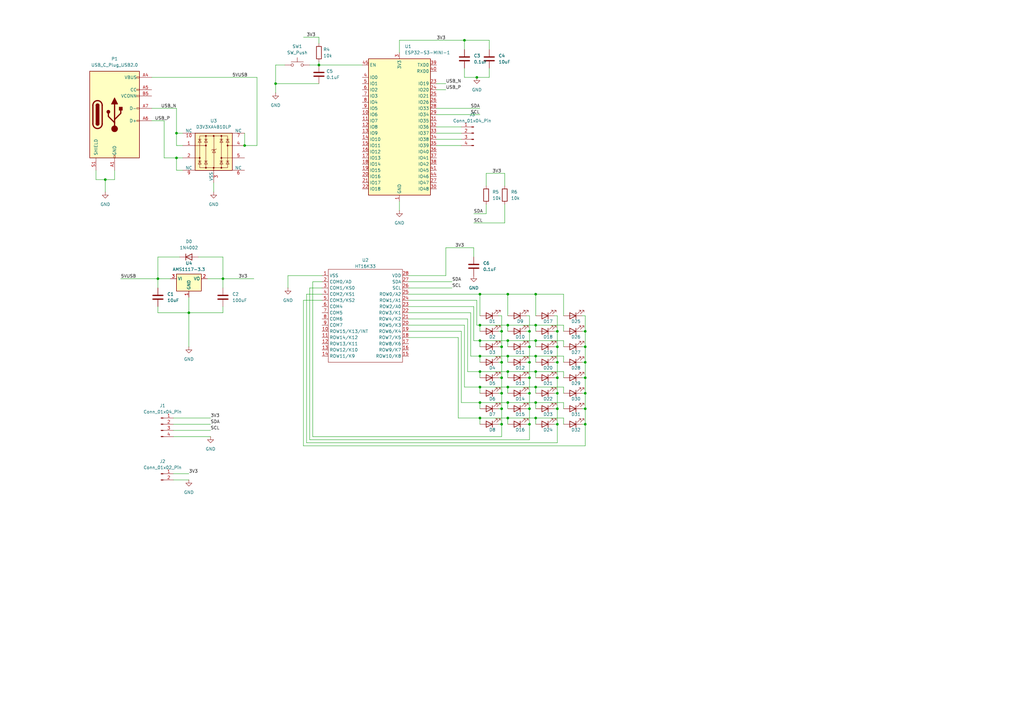
<source format=kicad_sch>
(kicad_sch (version 20231120) (generator "eeschema") (generator_version "8.0")
  (paper "A3")
  (lib_symbols
    (symbol "Connector:Conn_01x02_Pin" (pin_names (offset 1.016) hide)
      (property "Reference" "J" (at 0 2.54 0))
      (property "Value" "Conn_01x02_Pin" (at 0 -5.08 0))
      (symbol "Conn_01x02_Pin_1_1"
        (pin passive line (at 5.08 0 180) (length 3.81) (name "Pin_1") (number "1"))
        (pin passive line (at 5.08 -2.54 180) (length 3.81) (name "Pin_2") (number "2"))
      )
    )
    (symbol "Connector:Conn_01x04_Pin" (pin_names (offset 1.016) hide)
      (property "Reference" "J" (at 0 5.08 0))
      (property "Value" "Conn_01x04_Pin" (at 0 -7.62 0))
      (symbol "Conn_01x04_Pin_1_1"
        (pin passive line (at 5.08 2.54 180) (length 3.81) (name "Pin_1") (number "1"))
        (pin passive line (at 5.08 0 180) (length 3.81) (name "Pin_2") (number "2"))
        (pin passive line (at 5.08 -2.54 180) (length 3.81) (name "Pin_3") (number "3"))
        (pin passive line (at 5.08 -5.08 180) (length 3.81) (name "Pin_4") (number "4"))
      )
    )
    (symbol "Connector:USB_C_Plug_USB2.0" (pin_names (offset 1.016))
      (property "Reference" "P" (at -10.16 19.05 0))
      (property "Value" "USB_C_Plug_USB2.0" (at 12.7 19.05 0))
      (symbol "USB_C_Plug_USB2.0_1_1"
        (pin passive line (at 0 -22.86 90) (length 5.08) (name "GND") (number "A1"))
        (pin passive line (at 0 -22.86 90) (length 5.08) hide (name "GND") (number "A12"))
        (pin passive line (at 15.24 15.24 180) (length 5.08) (name "VBUS") (number "A4"))
        (pin bidirectional line (at 15.24 10.16 180) (length 5.08) (name "CC") (number "A5"))
        (pin bidirectional line (at 15.24 -2.54 180) (length 5.08) (name "D+") (number "A6"))
        (pin bidirectional line (at 15.24 2.54 180) (length 5.08) (name "D-") (number "A7"))
        (pin passive line (at 15.24 15.24 180) (length 5.08) hide (name "VBUS") (number "A9"))
        (pin passive line (at 0 -22.86 90) (length 5.08) hide (name "GND") (number "B1"))
        (pin passive line (at 0 -22.86 90) (length 5.08) hide (name "GND") (number "B12"))
        (pin passive line (at 15.24 15.24 180) (length 5.08) hide (name "VBUS") (number "B4"))
        (pin bidirectional line (at 15.24 7.62 180) (length 5.08) (name "VCONN") (number "B5"))
        (pin passive line (at 15.24 15.24 180) (length 5.08) hide (name "VBUS") (number "B9"))
        (pin passive line (at -7.62 -22.86 90) (length 5.08) (name "SHIELD") (number "S1"))
      )
    )
    (symbol "Device:C" (pin_numbers hide) (pin_names (offset 0.254))
      (property "Reference" "C" (at 0.635 2.54 0))
      (property "Value" "C" (at 0.635 -2.54 0))
      (symbol "C_1_1"
        (pin passive line (at 0 3.81 270) (length 2.794) (name "~") (number "1"))
        (pin passive line (at 0 -3.81 90) (length 2.794) (name "~") (number "2"))
      )
    )
    (symbol "Device:LED" (pin_numbers hide) (pin_names (offset 1.016) hide)
      (property "Reference" "D" (at 0 2.54 0))
      (property "Value" "LED" (at 0 -2.54 0))
      (symbol "LED_1_1"
        (pin passive line (at -3.81 0 0) (length 2.54) (name "K") (number "1"))
        (pin passive line (at 3.81 0 180) (length 2.54) (name "A") (number "2"))
      )
    )
    (symbol "Device:R" (pin_numbers hide) (pin_names (offset 0))
      (property "Reference" "R" (at 2.032 0 90))
      (property "Value" "R" (at 0 0 90))
      (symbol "R_1_1"
        (pin passive line (at 0 3.81 270) (length 1.27) (name "~") (number "1"))
        (pin passive line (at 0 -3.81 90) (length 1.27) (name "~") (number "2"))
      )
    )
    (symbol "DevyLibrary:HT16K33_LEDDRIVER"
      (property "Reference" "U" (at 9.398 3.81 0))
      (symbol "HT16K33_LEDDRIVER_1_1"
        (pin power_in line (at -8.89 0 0) (length 2.54) (name "VSS") (number "1"))
        (pin bidirectional line (at -8.89 -22.86 0) (length 2.54) (name "ROW15/K13/INT") (number "10"))
        (pin bidirectional line (at -8.89 -25.4 0) (length 2.54) (name "ROW14/K12") (number "11"))
        (pin bidirectional line (at -8.89 -27.94 0) (length 2.54) (name "ROW13/K11") (number "12"))
        (pin bidirectional line (at -8.89 -30.48 0) (length 2.54) (name "ROW12/K10") (number "13"))
        (pin bidirectional line (at -8.89 -33.02 0) (length 2.54) (name "ROW11/K9") (number "14"))
        (pin output line (at 26.67 -33.02 180) (length 2.54) (name "ROW10/K8") (number "15"))
        (pin output line (at 26.67 -30.48 180) (length 2.54) (name "ROW9/K7") (number "16"))
        (pin output line (at 26.67 -27.94 180) (length 2.54) (name "ROW8/K6") (number "17"))
        (pin output line (at 26.67 -25.4 180) (length 2.54) (name "ROW7/K5") (number "18"))
        (pin output line (at 26.67 -22.86 180) (length 2.54) (name "ROW6/K4") (number "19"))
        (pin output line (at -8.89 -2.54 0) (length 2.54) (name "COM0/AD") (number "2"))
        (pin output line (at 26.67 -20.32 180) (length 2.54) (name "ROW5/K3") (number "20"))
        (pin output line (at 26.67 -17.78 180) (length 2.54) (name "ROW4/K2") (number "21"))
        (pin output line (at 26.67 -15.24 180) (length 2.54) (name "ROW3/K1") (number "22"))
        (pin output line (at 26.67 -12.7 180) (length 2.54) (name "ROW2/A0") (number "23"))
        (pin output line (at 26.67 -10.16 180) (length 2.54) (name "ROW1/A1") (number "24"))
        (pin output line (at 26.67 -7.62 180) (length 2.54) (name "ROW0/A2") (number "25"))
        (pin input line (at 26.67 -5.08 180) (length 2.54) (name "SCL") (number "26"))
        (pin bidirectional line (at 26.67 -2.54 180) (length 2.54) (name "SDA") (number "27"))
        (pin power_in line (at 26.67 0 180) (length 2.54) (name "VDD") (number "28"))
        (pin output line (at -8.89 -5.08 0) (length 2.54) (name "COM1/KS0") (number "3"))
        (pin output line (at -8.89 -7.62 0) (length 2.54) (name "COM2/KS1") (number "4"))
        (pin output line (at -8.89 -10.16 0) (length 2.54) (name "COM3/KS2") (number "5"))
        (pin output line (at -8.89 -12.7 0) (length 2.54) (name "COM4") (number "6"))
        (pin output line (at -8.89 -15.24 0) (length 2.54) (name "COM5") (number "7"))
        (pin output line (at -8.89 -17.78 0) (length 2.54) (name "COM6") (number "8"))
        (pin output line (at -8.89 -20.32 0) (length 2.54) (name "COM7") (number "9"))
      )
    )
    (symbol "Diode:1N4002" (pin_numbers hide) (pin_names hide)
      (property "Reference" "D" (at 0 2.54 0))
      (property "Value" "1N4002" (at 0 -2.54 0))
      (symbol "1N4002_1_1"
        (pin passive line (at -3.81 0 0) (length 2.54) (name "K") (number "1"))
        (pin passive line (at 3.81 0 180) (length 2.54) (name "A") (number "2"))
      )
    )
    (symbol "Power_Protection:D3V3XA4B10LP" (pin_names (offset 0))
      (property "Reference" "U" (at -0.635 8.89 0))
      (property "Value" "D3V3XA4B10LP" (at 8.89 -10.16 0))
      (symbol "D3V3XA4B10LP_1_1"
        (pin passive line (at -12.7 2.54 0) (length 5.08) (name "~") (number "1"))
        (pin free line (at -12.7 7.62 0) (length 5.08) (name "NC") (number "10"))
        (pin passive line (at -12.7 -2.54 0) (length 5.08) (name "~") (number "2"))
        (pin power_in line (at 0 -12.7 90) (length 5.08) (name "VSS") (number "3"))
        (pin passive line (at 12.7 2.54 180) (length 5.08) (name "~") (number "4"))
        (pin passive line (at 12.7 -2.54 180) (length 5.08) (name "~") (number "5"))
        (pin free line (at 12.7 -7.62 180) (length 5.08) (name "NC") (number "6"))
        (pin free line (at 12.7 7.62 180) (length 5.08) (name "NC") (number "7"))
        (pin passive line (at 0 -12.7 90) (length 5.08) hide (name "VSS") (number "8"))
        (pin free line (at -12.7 -7.62 0) (length 5.08) (name "NC") (number "9"))
      )
    )
    (symbol "RF_Module:ESP32-S3-MINI-1"
      (property "Reference" "U" (at -11.43 29.21 0))
      (property "Value" "ESP32-S3-MINI-1" (at 12.7 29.21 0))
      (symbol "ESP32-S3-MINI-1_1_1"
        (pin power_in line (at 0 -30.48 90) (length 2.54) (name "GND") (number "1"))
        (pin bidirectional line (at -15.24 5.08 0) (length 2.54) (name "IO6") (number "10"))
        (pin bidirectional line (at -15.24 2.54 0) (length 2.54) (name "IO7") (number "11"))
        (pin bidirectional line (at -15.24 0 0) (length 2.54) (name "IO8") (number "12"))
        (pin bidirectional line (at -15.24 -2.54 0) (length 2.54) (name "IO9") (number "13"))
        (pin bidirectional line (at -15.24 -5.08 0) (length 2.54) (name "IO10") (number "14"))
        (pin bidirectional line (at -15.24 -7.62 0) (length 2.54) (name "IO11") (number "15"))
        (pin bidirectional line (at -15.24 -10.16 0) (length 2.54) (name "IO12") (number "16"))
        (pin bidirectional line (at -15.24 -12.7 0) (length 2.54) (name "IO13") (number "17"))
        (pin bidirectional line (at -15.24 -15.24 0) (length 2.54) (name "IO14") (number "18"))
        (pin bidirectional line (at -15.24 -17.78 0) (length 2.54) (name "IO15") (number "19"))
        (pin passive line (at 0 -30.48 90) (length 2.54) hide (name "GND") (number "2"))
        (pin bidirectional line (at -15.24 -20.32 0) (length 2.54) (name "IO16") (number "20"))
        (pin bidirectional line (at -15.24 -22.86 0) (length 2.54) (name "IO17") (number "21"))
        (pin bidirectional line (at -15.24 -25.4 0) (length 2.54) (name "IO18") (number "22"))
        (pin bidirectional line (at 15.24 17.78 180) (length 2.54) (name "IO19") (number "23"))
        (pin bidirectional line (at 15.24 15.24 180) (length 2.54) (name "IO20") (number "24"))
        (pin bidirectional line (at 15.24 12.7 180) (length 2.54) (name "IO21") (number "25"))
        (pin bidirectional line (at 15.24 10.16 180) (length 2.54) (name "IO26") (number "26"))
        (pin bidirectional line (at 15.24 -22.86 180) (length 2.54) (name "IO47") (number "27"))
        (pin bidirectional line (at 15.24 7.62 180) (length 2.54) (name "IO33") (number "28"))
        (pin bidirectional line (at 15.24 5.08 180) (length 2.54) (name "IO34") (number "29"))
        (pin power_in line (at 0 30.48 270) (length 2.54) (name "3V3") (number "3"))
        (pin bidirectional line (at 15.24 -25.4 180) (length 2.54) (name "IO48") (number "30"))
        (pin bidirectional line (at 15.24 2.54 180) (length 2.54) (name "IO35") (number "31"))
        (pin bidirectional line (at 15.24 0 180) (length 2.54) (name "IO36") (number "32"))
        (pin bidirectional line (at 15.24 -2.54 180) (length 2.54) (name "IO37") (number "33"))
        (pin bidirectional line (at 15.24 -5.08 180) (length 2.54) (name "IO38") (number "34"))
        (pin bidirectional line (at 15.24 -7.62 180) (length 2.54) (name "IO39") (number "35"))
        (pin bidirectional line (at 15.24 -10.16 180) (length 2.54) (name "IO40") (number "36"))
        (pin bidirectional line (at 15.24 -12.7 180) (length 2.54) (name "IO41") (number "37"))
        (pin bidirectional line (at 15.24 -15.24 180) (length 2.54) (name "IO42") (number "38"))
        (pin bidirectional line (at 15.24 25.4 180) (length 2.54) (name "TXD0") (number "39"))
        (pin bidirectional line (at -15.24 20.32 0) (length 2.54) (name "IO0") (number "4"))
        (pin bidirectional line (at 15.24 22.86 180) (length 2.54) (name "RXD0") (number "40"))
        (pin bidirectional line (at 15.24 -17.78 180) (length 2.54) (name "IO45") (number "41"))
        (pin passive line (at 0 -30.48 90) (length 2.54) hide (name "GND") (number "42"))
        (pin passive line (at 0 -30.48 90) (length 2.54) hide (name "GND") (number "43"))
        (pin bidirectional line (at 15.24 -20.32 180) (length 2.54) (name "IO46") (number "44"))
        (pin input line (at -15.24 25.4 0) (length 2.54) (name "EN") (number "45"))
        (pin passive line (at 0 -30.48 90) (length 2.54) hide (name "GND") (number "46"))
        (pin passive line (at 0 -30.48 90) (length 2.54) hide (name "GND") (number "47"))
        (pin passive line (at 0 -30.48 90) (length 2.54) hide (name "GND") (number "48"))
        (pin passive line (at 0 -30.48 90) (length 2.54) hide (name "GND") (number "49"))
        (pin bidirectional line (at -15.24 17.78 0) (length 2.54) (name "IO1") (number "5"))
        (pin passive line (at 0 -30.48 90) (length 2.54) hide (name "GND") (number "50"))
        (pin passive line (at 0 -30.48 90) (length 2.54) hide (name "GND") (number "51"))
        (pin passive line (at 0 -30.48 90) (length 2.54) hide (name "GND") (number "52"))
        (pin passive line (at 0 -30.48 90) (length 2.54) hide (name "GND") (number "53"))
        (pin passive line (at 0 -30.48 90) (length 2.54) hide (name "GND") (number "54"))
        (pin passive line (at 0 -30.48 90) (length 2.54) hide (name "GND") (number "55"))
        (pin passive line (at 0 -30.48 90) (length 2.54) hide (name "GND") (number "56"))
        (pin passive line (at 0 -30.48 90) (length 2.54) hide (name "GND") (number "57"))
        (pin passive line (at 0 -30.48 90) (length 2.54) hide (name "GND") (number "58"))
        (pin passive line (at 0 -30.48 90) (length 2.54) hide (name "GND") (number "59"))
        (pin bidirectional line (at -15.24 15.24 0) (length 2.54) (name "IO2") (number "6"))
        (pin passive line (at 0 -30.48 90) (length 2.54) hide (name "GND") (number "60"))
        (pin passive line (at 0 -30.48 90) (length 2.54) hide (name "GND") (number "61"))
        (pin passive line (at 0 -30.48 90) (length 2.54) hide (name "GND") (number "62"))
        (pin passive line (at 0 -30.48 90) (length 2.54) hide (name "GND") (number "63"))
        (pin passive line (at 0 -30.48 90) (length 2.54) hide (name "GND") (number "64"))
        (pin passive line (at 0 -30.48 90) (length 2.54) hide (name "GND") (number "65"))
        (pin bidirectional line (at -15.24 12.7 0) (length 2.54) (name "IO3") (number "7"))
        (pin bidirectional line (at -15.24 10.16 0) (length 2.54) (name "IO4") (number "8"))
        (pin bidirectional line (at -15.24 7.62 0) (length 2.54) (name "IO5") (number "9"))
      )
    )
    (symbol "Regulator_Linear:AMS1117-3.3"
      (property "Reference" "U" (at -3.81 3.175 0))
      (property "Value" "AMS1117-3.3" (at 0 3.175 0))
      (symbol "AMS1117-3.3_1_1"
        (pin power_in line (at 0 -7.62 90) (length 2.54) (name "GND") (number "1"))
        (pin power_out line (at 7.62 0 180) (length 2.54) (name "VO") (number "2"))
        (pin power_in line (at -7.62 0 0) (length 2.54) (name "VI") (number "3"))
      )
    )
    (symbol "Switch:SW_Push" (pin_numbers hide) (pin_names (offset 1.016) hide)
      (property "Reference" "SW" (at 1.27 2.54 0))
      (property "Value" "SW_Push" (at 0 -1.524 0))
      (symbol "SW_Push_0_1"
        (pin passive line (at -5.08 0 0) (length 2.54) (name "1") (number "1"))
        (pin passive line (at 5.08 0 180) (length 2.54) (name "2") (number "2"))
      )
    )
    (symbol "power:GND" (power) (pin_numbers hide) (pin_names (offset 0) hide)
      (property "Value" "GND" (at 0 -3.81 0))
      (symbol "GND_1_1"
        (pin power_in line (at 0 0 270) (length 0) (name "~") (number "1"))
      )
    )
  )
  (junction (at 217.17 167.64))
  (junction (at 217.17 142.24))
  (junction (at 228.6 173.99))
  (junction (at 217.17 154.94))
  (junction (at 72.39 54.61))
  (junction (at 205.74 154.94))
  (junction (at 219.71 158.75))
  (junction (at 217.17 161.29))
  (junction (at 217.17 148.59))
  (junction (at 195.58 31.75))
  (junction (at 240.03 161.29))
  (junction (at 196.85 133.35))
  (junction (at 205.74 173.99))
  (junction (at 205.74 135.89))
  (junction (at 91.44 114.3))
  (junction (at 208.28 120.65))
  (junction (at 196.85 120.65))
  (junction (at 113.03 34.29))
  (junction (at 217.17 135.89))
  (junction (at 64.77 114.3))
  (junction (at 196.85 165.1))
  (junction (at 196.85 146.05))
  (junction (at 196.85 171.45))
  (junction (at 228.6 154.94))
  (junction (at 205.74 148.59))
  (junction (at 228.6 148.59))
  (junction (at 240.03 173.99))
  (junction (at 219.71 152.4))
  (junction (at 196.85 158.75))
  (junction (at 208.28 152.4))
  (junction (at 219.71 133.35))
  (junction (at 130.81 26.67))
  (junction (at 205.74 142.24))
  (junction (at 228.6 142.24))
  (junction (at 228.6 135.89))
  (junction (at 219.71 146.05))
  (junction (at 196.85 139.7))
  (junction (at 208.28 133.35))
  (junction (at 208.28 158.75))
  (junction (at 72.39 64.77))
  (junction (at 219.71 139.7))
  (junction (at 77.47 128.27))
  (junction (at 219.71 171.45))
  (junction (at 240.03 142.24))
  (junction (at 208.28 146.05))
  (junction (at 205.74 167.64))
  (junction (at 208.28 171.45))
  (junction (at 205.74 161.29))
  (junction (at 217.17 173.99))
  (junction (at 43.18 73.66))
  (junction (at 208.28 139.7))
  (junction (at 240.03 167.64))
  (junction (at 240.03 148.59))
  (junction (at 240.03 135.89))
  (junction (at 196.85 152.4))
  (junction (at 208.28 165.1))
  (junction (at 190.5 16.51))
  (junction (at 219.71 120.65))
  (junction (at 100.33 59.69))
  (junction (at 228.6 167.64))
  (junction (at 228.6 161.29))
  (junction (at 219.71 165.1))
  (junction (at 240.03 154.94))
  (wire (pts (xy 240.03 148.59) (xy 240.03 142.24)))
  (wire (pts (xy 71.12 179.07) (xy 86.36 179.07)))
  (wire (pts (xy 208.28 154.94) (xy 208.28 152.4)))
  (wire (pts (xy 167.64 120.65) (xy 196.85 120.65)))
  (wire (pts (xy 196.85 133.35) (xy 196.85 135.89)))
  (wire (pts (xy 113.03 38.1) (xy 113.03 34.29)))
  (wire (pts (xy 228.6 173.99) (xy 227.33 173.99)))
  (wire (pts (xy 196.85 171.45) (xy 196.85 173.99)))
  (wire (pts (xy 215.9 142.24) (xy 217.17 142.24)))
  (wire (pts (xy 219.71 152.4) (xy 208.28 152.4)))
  (wire (pts (xy 190.5 27.94) (xy 190.5 31.75)))
  (wire (pts (xy 208.28 148.59) (xy 208.28 146.05)))
  (wire (pts (xy 208.28 120.65) (xy 196.85 120.65)))
  (wire (pts (xy 71.12 194.31) (xy 77.47 194.31)))
  (wire (pts (xy 199.39 83.82) (xy 199.39 87.63)))
  (wire (pts (xy 105.41 59.69) (xy 105.41 31.75)))
  (wire (pts (xy 167.64 125.73) (xy 194.31 125.73)))
  (wire (pts (xy 231.14 142.24) (xy 231.14 139.7)))
  (wire (pts (xy 217.17 180.34) (xy 217.17 173.99)))
  (wire (pts (xy 49.53 114.3) (xy 64.77 114.3)))
  (wire (pts (xy 64.77 114.3) (xy 69.85 114.3)))
  (wire (pts (xy 205.74 167.64) (xy 205.74 161.29)))
  (wire (pts (xy 240.03 173.99) (xy 240.03 167.64)))
  (wire (pts (xy 71.12 173.99) (xy 86.36 173.99)))
  (wire (pts (xy 240.03 167.64) (xy 240.03 161.29)))
  (wire (pts (xy 208.28 158.75) (xy 196.85 158.75)))
  (wire (pts (xy 231.14 161.29) (xy 231.14 158.75)))
  (wire (pts (xy 219.71 148.59) (xy 219.71 146.05)))
  (wire (pts (xy 231.14 171.45) (xy 231.14 173.99)))
  (wire (pts (xy 215.9 173.99) (xy 217.17 173.99)))
  (wire (pts (xy 189.23 135.89) (xy 189.23 165.1)))
  (wire (pts (xy 163.83 16.51) (xy 190.5 16.51)))
  (wire (pts (xy 72.39 54.61) (xy 72.39 44.45)))
  (wire (pts (xy 238.76 161.29) (xy 240.03 161.29)))
  (wire (pts (xy 217.17 154.94) (xy 217.17 148.59)))
  (wire (pts (xy 219.71 142.24) (xy 219.71 139.7)))
  (wire (pts (xy 74.93 59.69) (xy 72.39 59.69)))
  (wire (pts (xy 240.03 182.88) (xy 240.03 173.99)))
  (wire (pts (xy 231.14 133.35) (xy 219.71 133.35)))
  (wire (pts (xy 195.58 31.75) (xy 200.66 31.75)))
  (wire (pts (xy 205.74 142.24) (xy 205.74 135.89)))
  (wire (pts (xy 196.85 133.35) (xy 195.58 133.35)))
  (wire (pts (xy 228.6 142.24) (xy 228.6 148.59)))
  (wire (pts (xy 208.28 165.1) (xy 208.28 167.64)))
  (wire (pts (xy 208.28 146.05) (xy 196.85 146.05)))
  (wire (pts (xy 196.85 165.1) (xy 196.85 167.64)))
  (wire (pts (xy 208.28 165.1) (xy 196.85 165.1)))
  (wire (pts (xy 228.6 135.89) (xy 228.6 142.24)))
  (wire (pts (xy 204.47 135.89) (xy 205.74 135.89)))
  (wire (pts (xy 189.23 135.89) (xy 167.64 135.89)))
  (wire (pts (xy 190.5 16.51) (xy 190.5 20.32)))
  (wire (pts (xy 187.96 138.43) (xy 167.64 138.43)))
  (wire (pts (xy 179.07 57.15) (xy 189.23 57.15)))
  (wire (pts (xy 208.28 158.75) (xy 208.28 161.29)))
  (wire (pts (xy 204.47 161.29) (xy 205.74 161.29)))
  (wire (pts (xy 179.07 52.07) (xy 189.23 52.07)))
  (wire (pts (xy 231.14 120.65) (xy 219.71 120.65)))
  (wire (pts (xy 195.58 123.19) (xy 195.58 133.35)))
  (wire (pts (xy 227.33 135.89) (xy 228.6 135.89)))
  (wire (pts (xy 231.14 158.75) (xy 219.71 158.75)))
  (wire (pts (xy 196.85 152.4) (xy 196.85 154.94)))
  (wire (pts (xy 91.44 114.3) (xy 104.14 114.3)))
  (wire (pts (xy 127 118.11) (xy 132.08 118.11)))
  (wire (pts (xy 43.18 73.66) (xy 43.18 78.74)))
  (wire (pts (xy 240.03 161.29) (xy 240.03 154.94)))
  (wire (pts (xy 85.09 114.3) (xy 91.44 114.3)))
  (wire (pts (xy 200.66 20.32) (xy 200.66 16.51)))
  (wire (pts (xy 64.77 105.41) (xy 64.77 114.3)))
  (wire (pts (xy 208.28 133.35) (xy 219.71 133.35)))
  (wire (pts (xy 196.85 139.7) (xy 196.85 142.24)))
  (wire (pts (xy 240.03 129.54) (xy 238.76 129.54)))
  (wire (pts (xy 167.64 133.35) (xy 190.5 133.35)))
  (wire (pts (xy 167.64 128.27) (xy 193.04 128.27)))
  (wire (pts (xy 238.76 135.89) (xy 240.03 135.89)))
  (wire (pts (xy 72.39 64.77) (xy 74.93 64.77)))
  (wire (pts (xy 208.28 139.7) (xy 196.85 139.7)))
  (wire (pts (xy 193.04 128.27) (xy 193.04 146.05)))
  (wire (pts (xy 167.64 113.03) (xy 182.88 113.03)))
  (wire (pts (xy 240.03 135.89) (xy 240.03 129.54)))
  (wire (pts (xy 208.28 171.45) (xy 219.71 171.45)))
  (wire (pts (xy 205.74 173.99) (xy 205.74 179.07)))
  (wire (pts (xy 132.08 123.19) (xy 124.46 123.19)))
  (wire (pts (xy 77.47 128.27) (xy 91.44 128.27)))
  (wire (pts (xy 179.07 46.99) (xy 196.85 46.99)))
  (wire (pts (xy 228.6 154.94) (xy 228.6 161.29)))
  (wire (pts (xy 204.47 129.54) (xy 205.74 129.54)))
  (wire (pts (xy 219.71 171.45) (xy 231.14 171.45)))
  (wire (pts (xy 196.85 146.05) (xy 196.85 148.59)))
  (wire (pts (xy 208.28 129.54) (xy 208.28 120.65)))
  (wire (pts (xy 72.39 59.69) (xy 72.39 54.61)))
  (wire (pts (xy 196.85 158.75) (xy 196.85 161.29)))
  (wire (pts (xy 196.85 165.1) (xy 189.23 165.1)))
  (wire (pts (xy 231.14 139.7) (xy 219.71 139.7)))
  (wire (pts (xy 71.12 176.53) (xy 86.36 176.53)))
  (wire (pts (xy 72.39 54.61) (xy 74.93 54.61)))
  (wire (pts (xy 105.41 31.75) (xy 62.23 31.75)))
  (wire (pts (xy 219.71 158.75) (xy 219.71 161.29)))
  (wire (pts (xy 215.9 167.64) (xy 217.17 167.64)))
  (wire (pts (xy 200.66 31.75) (xy 200.66 27.94)))
  (wire (pts (xy 207.01 71.12) (xy 207.01 76.2)))
  (wire (pts (xy 64.77 128.27) (xy 77.47 128.27)))
  (wire (pts (xy 205.74 129.54) (xy 205.74 135.89)))
  (wire (pts (xy 127 180.34) (xy 127 118.11)))
  (wire (pts (xy 163.83 82.55) (xy 163.83 86.36)))
  (wire (pts (xy 113.03 34.29) (xy 113.03 26.67)))
  (wire (pts (xy 132.08 120.65) (xy 125.73 120.65)))
  (wire (pts (xy 187.96 171.45) (xy 187.96 138.43)))
  (wire (pts (xy 219.71 158.75) (xy 208.28 158.75)))
  (wire (pts (xy 167.64 130.81) (xy 191.77 130.81)))
  (wire (pts (xy 208.28 171.45) (xy 208.28 173.99)))
  (wire (pts (xy 215.9 161.29) (xy 217.17 161.29)))
  (wire (pts (xy 205.74 161.29) (xy 205.74 154.94)))
  (wire (pts (xy 217.17 129.54) (xy 217.17 135.89)))
  (wire (pts (xy 128.27 115.57) (xy 132.08 115.57)))
  (wire (pts (xy 194.31 87.63) (xy 199.39 87.63)))
  (wire (pts (xy 231.14 167.64) (xy 231.14 165.1)))
  (wire (pts (xy 215.9 129.54) (xy 217.17 129.54)))
  (wire (pts (xy 91.44 114.3) (xy 91.44 118.11)))
  (wire (pts (xy 182.88 101.6) (xy 182.88 113.03)))
  (wire (pts (xy 219.71 165.1) (xy 219.71 167.64)))
  (wire (pts (xy 191.77 130.81) (xy 191.77 152.4)))
  (wire (pts (xy 228.6 129.54) (xy 228.6 135.89)))
  (wire (pts (xy 194.31 91.44) (xy 207.01 91.44)))
  (wire (pts (xy 227.33 154.94) (xy 228.6 154.94)))
  (wire (pts (xy 64.77 114.3) (xy 64.77 118.11)))
  (wire (pts (xy 205.74 167.64) (xy 205.74 173.99)))
  (wire (pts (xy 179.07 44.45) (xy 196.85 44.45)))
  (wire (pts (xy 215.9 154.94) (xy 217.17 154.94)))
  (wire (pts (xy 204.47 142.24) (xy 205.74 142.24)))
  (wire (pts (xy 208.28 135.89) (xy 208.28 133.35)))
  (wire (pts (xy 100.33 59.69) (xy 105.41 59.69)))
  (wire (pts (xy 167.64 118.11) (xy 185.42 118.11)))
  (wire (pts (xy 64.77 125.73) (xy 64.77 128.27)))
  (wire (pts (xy 124.46 123.19) (xy 124.46 182.88)))
  (wire (pts (xy 77.47 121.92) (xy 77.47 128.27)))
  (wire (pts (xy 231.14 154.94) (xy 231.14 152.4)))
  (wire (pts (xy 227.33 142.24) (xy 228.6 142.24)))
  (wire (pts (xy 91.44 128.27) (xy 91.44 125.73)))
  (wire (pts (xy 194.31 101.6) (xy 194.31 105.41)))
  (wire (pts (xy 227.33 129.54) (xy 228.6 129.54)))
  (wire (pts (xy 67.31 49.53) (xy 67.31 64.77)))
  (wire (pts (xy 217.17 167.64) (xy 217.17 161.29)))
  (wire (pts (xy 231.14 135.89) (xy 231.14 133.35)))
  (wire (pts (xy 228.6 148.59) (xy 228.6 154.94)))
  (wire (pts (xy 219.71 146.05) (xy 208.28 146.05)))
  (wire (pts (xy 127 26.67) (xy 130.81 26.67)))
  (wire (pts (xy 204.47 173.99) (xy 205.74 173.99)))
  (wire (pts (xy 228.6 181.61) (xy 228.6 173.99)))
  (wire (pts (xy 91.44 105.41) (xy 91.44 114.3)))
  (wire (pts (xy 190.5 31.75) (xy 195.58 31.75)))
  (wire (pts (xy 231.14 129.54) (xy 231.14 120.65)))
  (wire (pts (xy 130.81 26.67) (xy 148.59 26.67)))
  (wire (pts (xy 240.03 154.94) (xy 240.03 148.59)))
  (wire (pts (xy 62.23 49.53) (xy 67.31 49.53)))
  (wire (pts (xy 179.07 34.29) (xy 182.88 34.29)))
  (wire (pts (xy 204.47 148.59) (xy 205.74 148.59)))
  (wire (pts (xy 208.28 142.24) (xy 208.28 139.7)))
  (wire (pts (xy 204.47 154.94) (xy 205.74 154.94)))
  (wire (pts (xy 179.07 54.61) (xy 189.23 54.61)))
  (wire (pts (xy 43.18 73.66) (xy 46.99 73.66)))
  (wire (pts (xy 228.6 161.29) (xy 228.6 167.64)))
  (wire (pts (xy 238.76 142.24) (xy 240.03 142.24)))
  (wire (pts (xy 71.12 171.45) (xy 86.36 171.45)))
  (wire (pts (xy 208.28 152.4) (xy 196.85 152.4)))
  (wire (pts (xy 231.14 152.4) (xy 219.71 152.4)))
  (wire (pts (xy 118.11 113.03) (xy 132.08 113.03)))
  (wire (pts (xy 128.27 179.07) (xy 128.27 115.57)))
  (wire (pts (xy 219.71 120.65) (xy 208.28 120.65)))
  (wire (pts (xy 219.71 171.45) (xy 219.71 173.99)))
  (wire (pts (xy 227.33 167.64) (xy 228.6 167.64)))
  (wire (pts (xy 196.85 120.65) (xy 196.85 129.54)))
  (wire (pts (xy 200.66 16.51) (xy 190.5 16.51)))
  (wire (pts (xy 39.37 69.85) (xy 39.37 73.66)))
  (wire (pts (xy 238.76 167.64) (xy 240.03 167.64)))
  (wire (pts (xy 124.46 15.24) (xy 130.81 15.24)))
  (wire (pts (xy 190.5 158.75) (xy 196.85 158.75)))
  (wire (pts (xy 217.17 135.89) (xy 215.9 135.89)))
  (wire (pts (xy 219.71 135.89) (xy 219.71 133.35)))
  (wire (pts (xy 205.74 148.59) (xy 205.74 142.24)))
  (wire (pts (xy 167.64 115.57) (xy 185.42 115.57)))
  (wire (pts (xy 228.6 167.64) (xy 228.6 173.99)))
  (wire (pts (xy 231.14 146.05) (xy 219.71 146.05)))
  (wire (pts (xy 231.14 165.1) (xy 219.71 165.1)))
  (wire (pts (xy 219.71 152.4) (xy 219.71 154.94)))
  (wire (pts (xy 100.33 54.61) (xy 100.33 59.69)))
  (wire (pts (xy 130.81 26.67) (xy 130.81 25.4)))
  (wire (pts (xy 217.17 142.24) (xy 217.17 135.89)))
  (wire (pts (xy 77.47 128.27) (xy 77.47 142.24)))
  (wire (pts (xy 196.85 171.45) (xy 208.28 171.45)))
  (wire (pts (xy 191.77 152.4) (xy 196.85 152.4)))
  (wire (pts (xy 205.74 154.94) (xy 205.74 148.59)))
  (wire (pts (xy 199.39 71.12) (xy 207.01 71.12)))
  (wire (pts (xy 128.27 179.07) (xy 205.74 179.07)))
  (wire (pts (xy 196.85 133.35) (xy 208.28 133.35)))
  (wire (pts (xy 194.31 125.73) (xy 194.31 139.7)))
  (wire (pts (xy 219.71 129.54) (xy 219.71 120.65)))
  (wire (pts (xy 113.03 26.67) (xy 116.84 26.67)))
  (wire (pts (xy 118.11 113.03) (xy 118.11 118.11)))
  (wire (pts (xy 196.85 139.7) (xy 194.31 139.7)))
  (wire (pts (xy 72.39 64.77) (xy 67.31 64.77)))
  (wire (pts (xy 240.03 142.24) (xy 240.03 135.89)))
  (wire (pts (xy 238.76 154.94) (xy 240.03 154.94)))
  (wire (pts (xy 219.71 139.7) (xy 208.28 139.7)))
  (wire (pts (xy 72.39 69.85) (xy 72.39 64.77)))
  (wire (pts (xy 238.76 148.59) (xy 240.03 148.59)))
  (wire (pts (xy 238.76 173.99) (xy 240.03 173.99)))
  (wire (pts (xy 81.28 105.41) (xy 91.44 105.41)))
  (wire (pts (xy 163.83 21.59) (xy 163.83 16.51)))
  (wire (pts (xy 217.17 173.99) (xy 217.17 167.64)))
  (wire (pts (xy 124.46 182.88) (xy 240.03 182.88)))
  (wire (pts (xy 215.9 148.59) (xy 217.17 148.59)))
  (wire (pts (xy 207.01 83.82) (xy 207.01 91.44)))
  (wire (pts (xy 179.07 59.69) (xy 189.23 59.69)))
  (wire (pts (xy 130.81 17.78) (xy 130.81 15.24)))
  (wire (pts (xy 72.39 44.45) (xy 62.23 44.45)))
  (wire (pts (xy 190.5 133.35) (xy 190.5 158.75)))
  (wire (pts (xy 231.14 148.59) (xy 231.14 146.05)))
  (wire (pts (xy 217.17 148.59) (xy 217.17 142.24)))
  (wire (pts (xy 39.37 73.66) (xy 43.18 73.66)))
  (wire (pts (xy 74.93 69.85) (xy 72.39 69.85)))
  (wire (pts (xy 219.71 165.1) (xy 208.28 165.1)))
  (wire (pts (xy 167.64 123.19) (xy 195.58 123.19)))
  (wire (pts (xy 127 180.34) (xy 217.17 180.34)))
  (wire (pts (xy 193.04 146.05) (xy 196.85 146.05)))
  (wire (pts (xy 217.17 161.29) (xy 217.17 154.94)))
  (wire (pts (xy 204.47 167.64) (xy 205.74 167.64)))
  (wire (pts (xy 182.88 101.6) (xy 194.31 101.6)))
  (wire (pts (xy 187.96 171.45) (xy 196.85 171.45)))
  (wire (pts (xy 46.99 73.66) (xy 46.99 69.85)))
  (wire (pts (xy 113.03 34.29) (xy 130.81 34.29)))
  (wire (pts (xy 87.63 74.93) (xy 87.63 78.74)))
  (wire (pts (xy 71.12 196.85) (xy 77.47 196.85)))
  (wire (pts (xy 125.73 120.65) (xy 125.73 181.61)))
  (wire (pts (xy 227.33 161.29) (xy 228.6 161.29)))
  (wire (pts (xy 64.77 105.41) (xy 73.66 105.41)))
  (wire (pts (xy 199.39 76.2) (xy 199.39 71.12)))
  (wire (pts (xy 179.07 36.83) (xy 182.88 36.83)))
  (wire (pts (xy 125.73 181.61) (xy 228.6 181.61)))
  (wire (pts (xy 227.33 148.59) (xy 228.6 148.59)))
  (label "SCL" (at 193.04 46.99 0))
  (label "3V3" (at 179.07 16.51 0))
  (label "SCL" (at 194.31 91.44 0))
  (label "SCL" (at 86.36 176.53 0))
  (label "USB_P" (at 182.88 36.83 0))
  (label "3V3" (at 125.73 15.24 0))
  (label "3V3" (at 86.36 171.45 0))
  (label "USB_N" (at 182.88 34.29 0))
  (label "SDA" (at 185.42 115.57 0))
  (label "3V3" (at 186.69 101.6 0))
  (label "SDA" (at 193.04 44.45 0))
  (label "3V3" (at 77.47 194.31 0))
  (label "SCL" (at 185.42 118.11 0))
  (label "SDA" (at 194.31 87.63 0))
  (label "SDA" (at 86.36 173.99 0))
  (label "USB_N" (at 66.04 44.45 0))
  (label "5VUSB" (at 49.53 114.3 0))
  (label "5VUSB" (at 95.25 31.75 0))
  (label "USB_P" (at 63.5 49.53 0))
  (label "3V3" (at 97.79 114.3 0))
  (label "3V3" (at 201.93 71.12 0))
  (symbol (lib_id "Diode:1N4002") (at 77.47 105.41 0) (unit 1) (in_bom no)
    (property "Reference" "D0" (at 77.47 99.06 0))
    (property "Value" "1N4002" (at 77.47 101.6 0))
    (property "Footprint" "Diode_THT:D_DO-41_SOD81_P10.16mm_Horizontal" (effects (hide yes)))
    (property "Datasheet" "http://www.vishay.com/docs/88503/1n4001.pdf" (effects (hide yes)))
    (property "Description" "100V 1A General Purpose Rectifier Diode, DO-41" (effects (hide yes)))
    (property "Sim.Device" "D" (effects (hide yes)))
    (property "Sim.Pins" "1=K 2=A" (effects (hide yes)))
  )
  (symbol (lib_id "Device:R") (at 130.81 21.59 0) (unit 1)
    (property "Reference" "R4" (at 132.588 20.32 0) (effects (justify left)))
    (property "Value" "10k" (at 132.588 22.86 0) (effects (justify left)))
    (property "Footprint" "Resistor_SMD:R_0805_2012Metric_Pad1.20x1.40mm_HandSolder" (effects (hide yes)))
    (property "Description" "Resistor" (effects (hide yes)))
    (property "LCSC" "C17414" (effects (hide yes)))
  )
  (symbol (lib_id "Device:LED") (at 200.66 135.89 180) (unit 1)
    (property "Reference" "D2" (at 201.93 138.176 0))
    (property "Value" "LED" (effects (hide yes)))
    (property "Footprint" "LED_SMD:LED_0805_2012Metric" (effects (hide yes)))
    (property "Description" "Light emitting diode" (effects (hide yes)))
    (property "LCSC" "C84259" (effects (hide yes)))
  )
  (symbol (lib_id "Device:LED") (at 200.66 142.24 180) (unit 1)
    (property "Reference" "D3" (at 201.93 144.526 0))
    (property "Value" "LED" (effects (hide yes)))
    (property "Footprint" "LED_SMD:LED_0805_2012Metric" (effects (hide yes)))
    (property "Description" "Light emitting diode" (effects (hide yes)))
    (property "LCSC" "C84259" (effects (hide yes)))
  )
  (symbol (lib_id "DevyLibrary:HT16K33_LEDDRIVER") (at 140.97 113.03 0) (unit 1) (in_bom no)
    (property "Reference" "U2" (at 149.86 106.68 0))
    (property "Value" "HT16K33" (at 149.86 109.22 0))
    (property "Footprint" "DevySymbols:HT16K33_SOP28" (effects (hide yes)))
  )
  (symbol (lib_id "power:GND") (at 43.18 78.74 0) (unit 1)
    (property "Reference" "#PWR01" (effects (hide yes)))
    (property "Value" "GND" (at 43.18 83.82 0))
    (property "Description" "Power symbol creates a global label with name \"GND\" , ground" (effects (hide yes)))
  )
  (symbol (lib_id "Device:LED") (at 234.95 129.54 180) (unit 1)
    (property "Reference" "D25" (at 236.22 131.826 0))
    (property "Value" "LED" (effects (hide yes)))
    (property "Footprint" "LED_SMD:LED_0805_2012Metric" (effects (hide yes)))
    (property "Description" "Light emitting diode" (effects (hide yes)))
    (property "LCSC" "C84260" (effects (hide yes)))
  )
  (symbol (lib_id "Regulator_Linear:AMS1117-3.3") (at 77.47 114.3 0) (unit 1)
    (property "Reference" "U4" (at 77.47 107.95 0))
    (property "Value" "AMS1117-3.3" (at 77.47 110.49 0))
    (property "Footprint" "Package_TO_SOT_SMD:SOT-223-3_TabPin2" (effects (hide yes)))
    (property "Datasheet" "http://www.advanced-monolithic.com/pdf/ds1117.pdf" (effects (hide yes)))
    (property "Description" "1A Low Dropout regulator, positive, 3.3V fixed output, SOT-223" (effects (hide yes)))
    (property "LCSC" "C6186" (effects (hide yes)))
  )
  (symbol (lib_id "power:GND") (at 194.31 113.03 0) (unit 1)
    (property "Reference" "#PWR08" (effects (hide yes)))
    (property "Value" "GND" (at 194.31 118.11 0))
    (property "Description" "Power symbol creates a global label with name \"GND\" , ground" (effects (hide yes)))
  )
  (symbol (lib_id "Device:C") (at 64.77 121.92 0) (unit 1) (in_bom no)
    (property "Reference" "C1" (at 68.58 120.6499 0) (effects (justify left)))
    (property "Value" "10uF" (at 68.58 123.1899 0) (effects (justify left)))
    (property "Footprint" "Capacitor_THT:CP_Radial_D5.0mm_P2.00mm" (effects (hide yes)))
    (property "Description" "Unpolarized capacitor" (effects (hide yes)))
  )
  (symbol (lib_id "Device:LED") (at 234.95 173.99 180) (unit 1)
    (property "Reference" "D32" (at 236.22 176.276 0))
    (property "Value" "LED" (effects (hide yes)))
    (property "Footprint" "LED_SMD:LED_0805_2012Metric" (effects (hide yes)))
    (property "Description" "Light emitting diode" (effects (hide yes)))
    (property "LCSC" "C84260" (effects (hide yes)))
  )
  (symbol (lib_id "power:GND") (at 118.11 118.11 0) (unit 1)
    (property "Reference" "#PWR05" (effects (hide yes)))
    (property "Value" "GND" (at 118.11 123.19 0))
    (property "Description" "Power symbol creates a global label with name \"GND\" , ground" (effects (hide yes)))
  )
  (symbol (lib_id "Device:LED") (at 223.52 142.24 180) (unit 1)
    (property "Reference" "D19" (at 224.79 144.526 0))
    (property "Value" "LED" (effects (hide yes)))
    (property "Footprint" "LED_SMD:LED_0805_2012Metric" (effects (hide yes)))
    (property "Description" "Light emitting diode" (effects (hide yes)))
    (property "LCSC" "C84260" (effects (hide yes)))
  )
  (symbol (lib_id "Device:LED") (at 200.66 129.54 180) (unit 1)
    (property "Reference" "D1" (at 201.93 131.826 0))
    (property "Value" "LED" (effects (hide yes)))
    (property "Footprint" "LED_SMD:LED_0805_2012Metric" (effects (hide yes)))
    (property "Description" "Light emitting diode" (effects (hide yes)))
    (property "LCSC" "C84259" (effects (hide yes)))
  )
  (symbol (lib_id "power:GND") (at 163.83 86.36 0) (unit 1)
    (property "Reference" "#PWR03" (effects (hide yes)))
    (property "Value" "GND" (at 163.83 91.44 0))
    (property "Description" "Power symbol creates a global label with name \"GND\" , ground" (effects (hide yes)))
  )
  (symbol (lib_id "power:GND") (at 77.47 196.85 0) (unit 1)
    (property "Reference" "#PWR010" (effects (hide yes)))
    (property "Value" "GND" (at 77.47 201.93 0))
    (property "Description" "Power symbol creates a global label with name \"GND\" , ground" (effects (hide yes)))
  )
  (symbol (lib_id "Device:LED") (at 212.09 154.94 180) (unit 1)
    (property "Reference" "D13" (at 213.36 157.226 0))
    (property "Value" "LED" (effects (hide yes)))
    (property "Footprint" "LED_SMD:LED_0805_2012Metric" (effects (hide yes)))
    (property "Description" "Light emitting diode" (effects (hide yes)))
    (property "LCSC" "C84259" (effects (hide yes)))
  )
  (symbol (lib_id "Power_Protection:D3V3XA4B10LP") (at 87.63 62.23 0) (unit 1)
    (property "Reference" "U3" (at 87.63 49.53 0))
    (property "Value" "D3V3XA4B10LP" (at 87.63 52.07 0))
    (property "Footprint" "Package_DFN_QFN:Diodes_UDFN-10_1.0x2.5mm_P0.5mm" (effects (hide yes)))
    (property "Datasheet" "https://www.diodes.com/assets/Datasheets/D3V3XA4B10LP.pdf" (effects (hide yes)))
    (property "Description" "4-Channel Low Capacitance TVS Diode Array, DFN-10" (effects (hide yes)))
    (property "LCSC" "C1980462" (effects (hide yes)))
    (property "JLCRotOffset" "90" (effects (hide yes)))
  )
  (symbol (lib_id "Device:LED") (at 234.95 167.64 180) (unit 1)
    (property "Reference" "D31" (at 236.22 169.926 0))
    (property "Value" "LED" (effects (hide yes)))
    (property "Footprint" "LED_SMD:LED_0805_2012Metric" (effects (hide yes)))
    (property "Description" "Light emitting diode" (effects (hide yes)))
    (property "LCSC" "C84260" (effects (hide yes)))
  )
  (symbol (lib_id "Device:LED") (at 200.66 173.99 180) (unit 1)
    (property "Reference" "D8" (at 201.93 176.276 0))
    (property "Value" "LED" (effects (hide yes)))
    (property "Footprint" "LED_SMD:LED_0805_2012Metric" (effects (hide yes)))
    (property "Description" "Light emitting diode" (effects (hide yes)))
    (property "LCSC" "C84259" (effects (hide yes)))
  )
  (symbol (lib_id "Device:LED") (at 223.52 129.54 180) (unit 1)
    (property "Reference" "D17" (at 224.79 131.826 0))
    (property "Value" "LED" (effects (hide yes)))
    (property "Footprint" "LED_SMD:LED_0805_2012Metric" (effects (hide yes)))
    (property "Description" "Light emitting diode" (effects (hide yes)))
    (property "LCSC" "C84260" (effects (hide yes)))
  )
  (symbol (lib_id "Connector:Conn_01x02_Pin") (at 66.04 194.31 0) (unit 1)
    (property "Reference" "J2" (at 66.675 189.23 0))
    (property "Value" "Conn_01x02_Pin" (at 66.675 191.77 0))
    (property "Footprint" "Connector_PinHeader_2.54mm:PinHeader_1x02_P2.54mm_Vertical" (effects (hide yes)))
    (property "Description" "Generic connector, single row, 01x02, script generated" (effects (hide yes)))
  )
  (symbol (lib_id "Device:LED") (at 234.95 142.24 180) (unit 1)
    (property "Reference" "D27" (at 236.22 144.526 0))
    (property "Value" "LED" (effects (hide yes)))
    (property "Footprint" "LED_SMD:LED_0805_2012Metric" (effects (hide yes)))
    (property "Description" "Light emitting diode" (effects (hide yes)))
    (property "LCSC" "C84260" (effects (hide yes)))
  )
  (symbol (lib_id "Device:C") (at 91.44 121.92 0) (unit 1) (in_bom no)
    (property "Reference" "C2" (at 95.25 120.6499 0) (effects (justify left)))
    (property "Value" "100uF" (at 95.25 123.1899 0) (effects (justify left)))
    (property "Footprint" "Capacitor_THT:CP_Radial_D5.0mm_P2.00mm" (effects (hide yes)))
    (property "Description" "Unpolarized capacitor" (effects (hide yes)))
  )
  (symbol (lib_id "Device:LED") (at 212.09 148.59 180) (unit 1)
    (property "Reference" "D12" (at 213.36 150.876 0))
    (property "Value" "LED" (effects (hide yes)))
    (property "Footprint" "LED_SMD:LED_0805_2012Metric" (effects (hide yes)))
    (property "Description" "Light emitting diode" (effects (hide yes)))
    (property "LCSC" "C84259" (effects (hide yes)))
  )
  (symbol (lib_id "Device:LED") (at 223.52 148.59 180) (unit 1)
    (property "Reference" "D20" (at 224.79 150.876 0))
    (property "Value" "LED" (effects (hide yes)))
    (property "Footprint" "LED_SMD:LED_0805_2012Metric" (effects (hide yes)))
    (property "Description" "Light emitting diode" (effects (hide yes)))
    (property "LCSC" "C84260" (effects (hide yes)))
  )
  (symbol (lib_id "Device:LED") (at 200.66 167.64 180) (unit 1)
    (property "Reference" "D7" (at 201.93 169.926 0))
    (property "Value" "LED" (effects (hide yes)))
    (property "Footprint" "LED_SMD:LED_0805_2012Metric" (effects (hide yes)))
    (property "Description" "Light emitting diode" (effects (hide yes)))
    (property "LCSC" "C84259" (effects (hide yes)))
  )
  (symbol (lib_id "Connector:Conn_01x04_Pin") (at 66.04 173.99 0) (unit 1)
    (property "Reference" "J1" (at 66.675 166.37 0))
    (property "Value" "Conn_01x04_Pin" (at 66.675 168.91 0))
    (property "Footprint" "Connector_PinHeader_1.27mm:PinHeader_1x04_P1.27mm_Vertical" (effects (hide yes)))
    (property "Description" "Generic connector, single row, 01x04, script generated" (effects (hide yes)))
  )
  (symbol (lib_id "Device:R") (at 207.01 80.01 0) (unit 1)
    (property "Reference" "R6" (at 209.55 78.7399 0) (effects (justify left)))
    (property "Value" "10k" (at 209.55 81.2799 0) (effects (justify left)))
    (property "Footprint" "Resistor_SMD:R_0805_2012Metric_Pad1.20x1.40mm_HandSolder" (effects (hide yes)))
    (property "Description" "Resistor" (effects (hide yes)))
    (property "LCSC" "C17414" (effects (hide yes)))
  )
  (symbol (lib_id "Device:LED") (at 223.52 173.99 180) (unit 1)
    (property "Reference" "D24" (at 224.79 176.276 0))
    (property "Value" "LED" (effects (hide yes)))
    (property "Footprint" "LED_SMD:LED_0805_2012Metric" (effects (hide yes)))
    (property "Description" "Light emitting diode" (effects (hide yes)))
    (property "LCSC" "C84260" (effects (hide yes)))
  )
  (symbol (lib_id "power:GND") (at 195.58 31.75 0) (unit 1)
    (property "Reference" "#PWR04" (effects (hide yes)))
    (property "Value" "GND" (at 195.58 36.83 0))
    (property "Description" "Power symbol creates a global label with name \"GND\" , ground" (effects (hide yes)))
  )
  (symbol (lib_id "Switch:SW_Push") (at 121.92 26.67 0) (unit 1) (in_bom no)
    (property "Reference" "SW1" (at 121.92 19.05 0))
    (property "Value" "SW_Push" (at 121.92 21.59 0))
    (property "Footprint" "Button_Switch_THT:SW_PUSH_6mm" (effects (hide yes)))
    (property "Description" "Push button switch, generic, two pins" (effects (hide yes)))
  )
  (symbol (lib_id "Device:LED") (at 212.09 161.29 180) (unit 1)
    (property "Reference" "D14" (at 213.36 163.576 0))
    (property "Value" "LED" (effects (hide yes)))
    (property "Footprint" "LED_SMD:LED_0805_2012Metric" (effects (hide yes)))
    (property "Description" "Light emitting diode" (effects (hide yes)))
    (property "LCSC" "C84259" (effects (hide yes)))
  )
  (symbol (lib_id "RF_Module:ESP32-S3-MINI-1") (at 163.83 52.07 0) (unit 1)
    (property "Reference" "U1" (at 166.0241 19.05 0) (effects (justify left)))
    (property "Value" "ESP32-S3-MINI-1" (at 166.0241 21.59 0) (effects (justify left)))
    (property "Footprint" "RF_Module:ESP32-S2-MINI-1" (effects (hide yes)))
    (property "Datasheet" "https://www.espressif.com/sites/default/files/documentation/esp32-s3-mini-1_mini-1u_datasheet_en.pdf" (effects (hide yes)))
    (property "Description" "RF Module, ESP32-S3 SoC, Wi-Fi 802.11b/g/n, Bluetooth, BLE, 32-bit, 3.3V, SMD, onboard antenna" (effects (hide yes)))
    (property "LCSC" "C2913206" (effects (hide yes)))
  )
  (symbol (lib_id "Device:LED") (at 234.95 154.94 180) (unit 1)
    (property "Reference" "D29" (at 236.22 157.226 0))
    (property "Value" "LED" (effects (hide yes)))
    (property "Footprint" "LED_SMD:LED_0805_2012Metric" (effects (hide yes)))
    (property "Description" "Light emitting diode" (effects (hide yes)))
    (property "LCSC" "C84260" (effects (hide yes)))
  )
  (symbol (lib_id "Device:C") (at 190.5 24.13 0) (unit 1)
    (property "Reference" "C3" (at 194.31 22.8599 0) (effects (justify left)))
    (property "Value" "0.1uF" (at 194.31 25.3999 0) (effects (justify left)))
    (property "Footprint" "Capacitor_SMD:C_0805_2012Metric_Pad1.18x1.45mm_HandSolder" (effects (hide yes)))
    (property "Description" "Unpolarized capacitor" (effects (hide yes)))
    (property "LCSC" "C28233" (effects (hide yes)))
  )
  (symbol (lib_id "power:GND") (at 77.47 142.24 0) (unit 1)
    (property "Reference" "#PWR02" (effects (hide yes)))
    (property "Value" "GND" (at 77.47 147.32 0))
    (property "Description" "Power symbol creates a global label with name \"GND\" , ground" (effects (hide yes)))
  )
  (symbol (lib_id "Device:LED") (at 234.95 161.29 180) (unit 1)
    (property "Reference" "D30" (at 236.22 163.576 0))
    (property "Value" "LED" (effects (hide yes)))
    (property "Footprint" "LED_SMD:LED_0805_2012Metric" (effects (hide yes)))
    (property "Description" "Light emitting diode" (effects (hide yes)))
    (property "LCSC" "C84260" (effects (hide yes)))
  )
  (symbol (lib_id "Device:LED") (at 223.52 161.29 180) (unit 1)
    (property "Reference" "D22" (at 224.79 163.576 0))
    (property "Value" "LED" (effects (hide yes)))
    (property "Footprint" "LED_SMD:LED_0805_2012Metric" (effects (hide yes)))
    (property "Description" "Light emitting diode" (effects (hide yes)))
    (property "LCSC" "C84260" (effects (hide yes)))
  )
  (symbol (lib_id "power:GND") (at 87.63 78.74 0) (unit 1)
    (property "Reference" "#PWR06" (effects (hide yes)))
    (property "Value" "GND" (at 87.63 83.82 0))
    (property "Description" "Power symbol creates a global label with name \"GND\" , ground" (effects (hide yes)))
  )
  (symbol (lib_id "Connector:USB_C_Plug_USB2.0") (at 46.99 46.99 0) (unit 1)
    (property "Reference" "P1" (at 46.99 24.13 0))
    (property "Value" "USB_C_Plug_USB2.0" (at 46.99 26.67 0))
    (property "Footprint" "Connector_USB:USB_C_Receptacle_HRO_TYPE-C-31-M-12" (effects (hide yes)))
    (property "Datasheet" "https://www.usb.org/sites/default/files/documents/usb_type-c.zip" (effects (hide yes)))
    (property "Description" "USB 2.0-only Type-C Plug connector" (effects (hide yes)))
    (property "LCSC" "C165948" (effects (hide yes)))
  )
  (symbol (lib_id "Device:LED") (at 223.52 154.94 180) (unit 1)
    (property "Reference" "D21" (at 224.79 157.226 0))
    (property "Value" "LED" (effects (hide yes)))
    (property "Footprint" "LED_SMD:LED_0805_2012Metric" (effects (hide yes)))
    (property "Description" "Light emitting diode" (effects (hide yes)))
    (property "LCSC" "C84260" (effects (hide yes)))
  )
  (symbol (lib_id "Device:LED") (at 223.52 167.64 180) (unit 1)
    (property "Reference" "D23" (at 224.79 169.926 0))
    (property "Value" "LED" (effects (hide yes)))
    (property "Footprint" "LED_SMD:LED_0805_2012Metric" (effects (hide yes)))
    (property "Description" "Light emitting diode" (effects (hide yes)))
    (property "LCSC" "C84260" (effects (hide yes)))
  )
  (symbol (lib_id "Device:LED") (at 212.09 142.24 180) (unit 1)
    (property "Reference" "D11" (at 213.36 144.526 0))
    (property "Value" "LED" (effects (hide yes)))
    (property "Footprint" "LED_SMD:LED_0805_2012Metric" (effects (hide yes)))
    (property "Description" "Light emitting diode" (effects (hide yes)))
    (property "LCSC" "C84259" (effects (hide yes)))
  )
  (symbol (lib_id "Device:C") (at 194.31 109.22 0) (unit 1)
    (property "Reference" "C6" (at 198.12 107.9499 0) (effects (justify left)))
    (property "Value" "0.1uF" (at 198.12 110.4899 0) (effects (justify left)))
    (property "Footprint" "Capacitor_SMD:C_0805_2012Metric_Pad1.18x1.45mm_HandSolder" (effects (hide yes)))
    (property "Description" "Unpolarized capacitor" (effects (hide yes)))
    (property "LCSC" "C28233" (effects (hide yes)))
  )
  (symbol (lib_id "Device:LED") (at 234.95 148.59 180) (unit 1)
    (property "Reference" "D28" (at 236.22 150.876 0))
    (property "Value" "LED" (effects (hide yes)))
    (property "Footprint" "LED_SMD:LED_0805_2012Metric" (effects (hide yes)))
    (property "Description" "Light emitting diode" (effects (hide yes)))
    (property "LCSC" "C84260" (effects (hide yes)))
  )
  (symbol (lib_id "Device:LED") (at 212.09 135.89 180) (unit 1)
    (property "Reference" "D10" (at 213.36 138.176 0))
    (property "Value" "LED" (effects (hide yes)))
    (property "Footprint" "LED_SMD:LED_0805_2012Metric" (effects (hide yes)))
    (property "Description" "Light emitting diode" (effects (hide yes)))
    (property "LCSC" "C84259" (effects (hide yes)))
  )
  (symbol (lib_id "Device:LED") (at 212.09 129.54 180) (unit 1)
    (property "Reference" "D9" (at 213.36 131.826 0))
    (property "Value" "LED" (effects (hide yes)))
    (property "Footprint" "LED_SMD:LED_0805_2012Metric" (effects (hide yes)))
    (property "Description" "Light emitting diode" (effects (hide yes)))
    (property "LCSC" "C84259" (effects (hide yes)))
  )
  (symbol (lib_id "Device:LED") (at 200.66 161.29 180) (unit 1)
    (property "Reference" "D6" (at 201.93 163.576 0))
    (property "Value" "LED" (effects (hide yes)))
    (property "Footprint" "LED_SMD:LED_0805_2012Metric" (effects (hide yes)))
    (property "Description" "Light emitting diode" (effects (hide yes)))
    (property "LCSC" "C84259" (effects (hide yes)))
  )
  (symbol (lib_id "Device:LED") (at 200.66 148.59 180) (unit 1)
    (property "Reference" "D4" (at 201.93 150.876 0))
    (property "Value" "LED" (effects (hide yes)))
    (property "Footprint" "LED_SMD:LED_0805_2012Metric" (effects (hide yes)))
    (property "Description" "Light emitting diode" (effects (hide yes)))
    (property "LCSC" "C84259" (effects (hide yes)))
  )
  (symbol (lib_id "Device:LED") (at 234.95 135.89 180) (unit 1)
    (property "Reference" "D26" (at 236.22 138.176 0))
    (property "Value" "LED" (effects (hide yes)))
    (property "Footprint" "LED_SMD:LED_0805_2012Metric" (effects (hide yes)))
    (property "Description" "Light emitting diode" (effects (hide yes)))
    (property "LCSC" "C84260" (effects (hide yes)))
  )
  (symbol (lib_id "Device:LED") (at 212.09 167.64 180) (unit 1)
    (property "Reference" "D15" (at 213.36 169.926 0))
    (property "Value" "LED" (effects (hide yes)))
    (property "Footprint" "LED_SMD:LED_0805_2012Metric" (effects (hide yes)))
    (property "Description" "Light emitting diode" (effects (hide yes)))
    (property "LCSC" "C84259" (effects (hide yes)))
  )
  (symbol (lib_id "power:GND") (at 113.03 38.1 0) (unit 1)
    (property "Reference" "#PWR07" (effects (hide yes)))
    (property "Value" "GND" (at 113.03 43.18 0))
    (property "Description" "Power symbol creates a global label with name \"GND\" , ground" (effects (hide yes)))
  )
  (symbol (lib_id "Connector:Conn_01x04_Pin") (at 194.31 54.61 0) (mirror y) (unit 1)
    (property "Reference" "J3" (at 193.675 46.99 0))
    (property "Value" "Conn_01x04_Pin" (at 193.675 49.53 0))
    (property "Footprint" "Connector_PinHeader_1.27mm:PinHeader_1x04_P1.27mm_Vertical" (effects (hide yes)))
    (property "Description" "Generic connector, single row, 01x04, script generated" (effects (hide yes)))
  )
  (symbol (lib_id "Device:C") (at 200.66 24.13 0) (unit 1) (in_bom no)
    (property "Reference" "C4" (at 204.47 22.8599 0) (effects (justify left)))
    (property "Value" "10uF" (at 204.47 25.3999 0) (effects (justify left)))
    (property "Footprint" "Capacitor_THT:CP_Radial_D5.0mm_P2.00mm" (effects (hide yes)))
    (property "Description" "Unpolarized capacitor" (effects (hide yes)))
  )
  (symbol (lib_id "Device:R") (at 199.39 80.01 0) (unit 1)
    (property "Reference" "R5" (at 201.93 78.7399 0) (effects (justify left)))
    (property "Value" "10k" (at 201.93 81.2799 0) (effects (justify left)))
    (property "Footprint" "Resistor_SMD:R_0805_2012Metric_Pad1.20x1.40mm_HandSolder" (effects (hide yes)))
    (property "Description" "Resistor" (effects (hide yes)))
    (property "LCSC" "C17414" (effects (hide yes)))
  )
  (symbol (lib_id "power:GND") (at 86.36 179.07 0) (unit 1)
    (property "Reference" "#PWR09" (effects (hide yes)))
    (property "Value" "GND" (at 86.36 184.15 0))
    (property "Description" "Power symbol creates a global label with name \"GND\" , ground" (effects (hide yes)))
  )
  (symbol (lib_id "Device:LED") (at 212.09 173.99 180) (unit 1)
    (property "Reference" "D16" (at 213.36 176.276 0))
    (property "Value" "LED" (effects (hide yes)))
    (property "Footprint" "LED_SMD:LED_0805_2012Metric" (effects (hide yes)))
    (property "Description" "Light emitting diode" (effects (hide yes)))
    (property "LCSC" "C84259" (effects (hide yes)))
  )
  (symbol (lib_id "Device:C") (at 130.81 30.48 0) (unit 1)
    (property "Reference" "C5" (at 133.858 29.21 0) (effects (justify left)))
    (property "Value" "0.1uF" (at 133.858 31.75 0) (effects (justify left)))
    (property "Footprint" "Capacitor_SMD:C_0805_2012Metric_Pad1.18x1.45mm_HandSolder" (effects (hide yes)))
    (property "Description" "Unpolarized capacitor" (effects (hide yes)))
    (property "LCSC" "C28233" (effects (hide yes)))
  )
  (symbol (lib_id "Device:LED") (at 200.66 154.94 180) (unit 1)
    (property "Reference" "D5" (at 201.93 157.226 0))
    (property "Value" "LED" (effects (hide yes)))
    (property "Footprint" "LED_SMD:LED_0805_2012Metric" (effects (hide yes)))
    (property "Description" "Light emitting diode" (effects (hide yes)))
    (property "LCSC" "C84259" (effects (hide yes)))
  )
  (symbol (lib_id "Device:LED") (at 223.52 135.89 180) (unit 1)
    (property "Reference" "D18" (at 224.79 138.176 0))
    (property "Value" "LED" (effects (hide yes)))
    (property "Footprint" "LED_SMD:LED_0805_2012Metric" (effects (hide yes)))
    (property "Description" "Light emitting diode" (effects (hide yes)))
    (property "LCSC" "C84260" (effects (hide yes)))
  )
)
</source>
